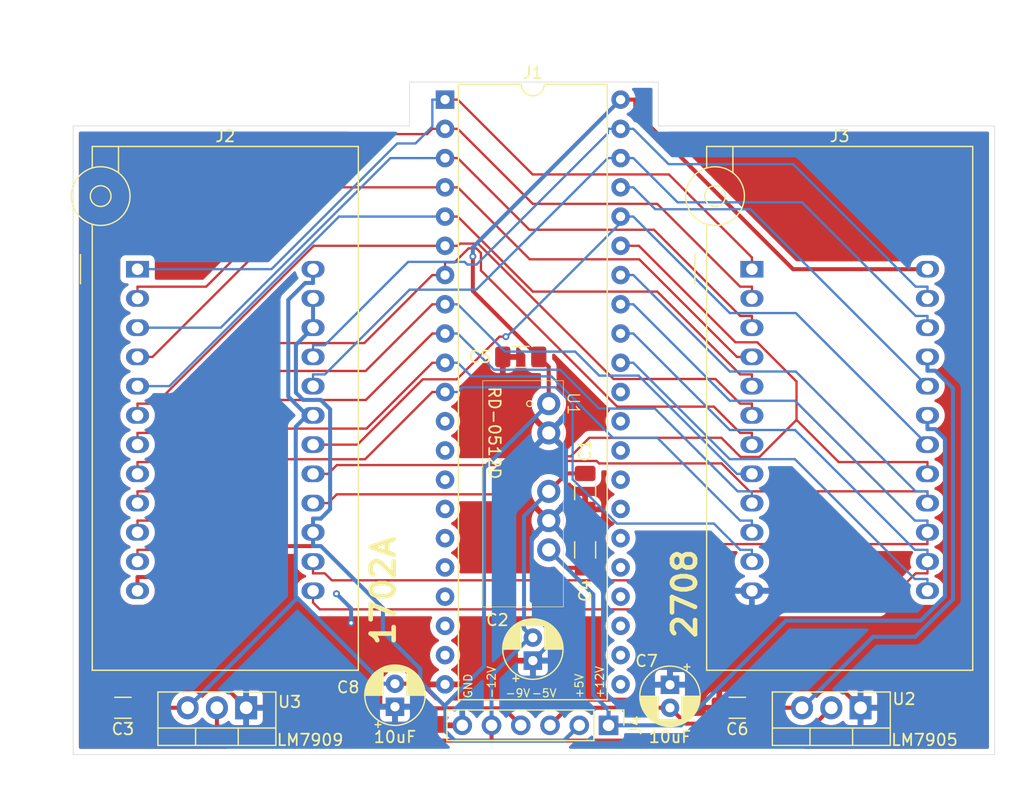
<source format=kicad_pcb>
(kicad_pcb (version 20240108) (generator "pcbnew") (generator_version "8.0")
  (layers (0 "F.Cu" signal) (31 "B.Cu" signal) (34 "B.Paste" user) (35 "F.Paste" user) (36 "B.SilkS" user "B.Silkscreen") (37 "F.SilkS" user "F.Silkscreen") (38 "B.Mask" user) (39 "F.Mask" user) (44 "Edge.Cuts" user))
  (net 0 "")
  (net 1 "GND")
  (net 2 "-12V")
  (net 3 "-9V")
  (net 4 "+12V")
  (net 5 "VCC")
  (net 6 "-5V")
  (net 7 "/ZIF_16")
  (net 8 "/ZIF_40")
  (net 9 "/ZIF_20")
  (net 10 "/ZIF_8")
  (net 11 "/ZIF_13")
  (net 12 "/ZIF_27")
  (net 13 "/ZIF_23")
  (net 14 "/ZIF_1")
  (net 15 "/ZIF_22")
  (net 16 "/ZIF_37")
  (net 17 "/ZIF_18")
  (net 18 "/ZIF_28")
  (net 19 "/ZIF_17")
  (net 20 "/ZIF_9")
  (net 21 "/ZIF_11")
  (net 22 "/ZIF_4")
  (net 23 "/ZIF_14")
  (net 24 "/ZIF_7")
  (net 25 "/ZIF_26")
  (net 26 "/ZIF_31")
  (net 27 "/ZIF_35")
  (net 28 "/ZIF_19")
  (net 29 "/ZIF_30")
  (net 30 "/ZIF_6")
  (net 31 "/ZIF_38")
  (net 32 "/ZIF_29")
  (net 33 "/ZIF_15")
  (net 34 "/ZIF_39")
  (net 35 "/ZIF_32")
  (net 36 "/ZIF_41")
  (net 37 "/ZIF_12")
  (net 38 "/ZIF_5")
  (net 39 "/ZIF_36")
  (net 40 "/ZIF_34")
  (net 41 "/ZIF_33")
  (net 42 "/ZIF_10")
  (net 43 "/ZIF_3")
  (net 44 "/ZIF_24")
  (net 45 "/ZIF_25")
  (net 46 "/ZIF_2")
  (footprint "Package_TO_SOT_THT:TO-220-3_Vertical" (layer "F.Cu") (at 119.1605 92.456 180)
    (property "Reference" "U2")
    (property "Value" "LM7905")
  )
  (footprint "Capacitor_SMD:C_1206_3216Metric_Pad1.33x1.80mm_HandSolder" (layer "F.Cu") (at 95.25 78.74 90)
    (property "Reference" "C4")
    (property "Value" "100nF")
  )
  (footprint "Socket:DIP_Socket-24_W11.9_W12.7_W15.24_W17.78_W18.5_3M_224-1275-00-0602J" (layer "F.Cu") (at 56.388 54.356)
    (property "Reference" "J2")
    (property "Value" "1702A")
  )
  (footprint "Package_DIP:DIP-42_W15.24mm" (layer "F.Cu") (at 83.0875 39.624)
    (property "Reference" "J1")
    (property "Value" "dupico connector")
  )
  (footprint "Package_TO_SOT_THT:TO-220-3_Vertical" (layer "F.Cu") (at 65.8205 92.456 180)
    (property "Reference" "U3")
    (property "Value" "LM7909")
  )
  (footprint "Capacitor_THT:CP_Radial_D5.0mm_P2.00mm" (layer "F.Cu") (at 78.74 92.3662 90)
    (property "Reference" "C8")
    (property "Value" "10uF")
  )
  (footprint "Socket:DIP_Socket-24_W11.9_W12.7_W15.24_W17.78_W18.5_3M_224-1275-00-0602J" (layer "F.Cu") (at 109.728 54.356)
    (property "Reference" "J3")
    (property "Value" "2708")
  )
  (footprint "Capacitor_THT:CP_Radial_D5.0mm_P2.00mm" (layer "F.Cu") (at 90.7125 88.36 90)
    (property "Reference" "C2")
    (property "Value" "47uF")
  )
  (footprint "Capacitor_SMD:C_1206_3216Metric_Pad1.33x1.80mm_HandSolder" (layer "F.Cu") (at 55.118 92.456 180)
    (property "Reference" "C3")
    (property "Value" "100nF")
  )
  (footprint "Custom_Power_Footprint:Recom_SIP6" (layer "F.Cu") (at 87.63 66.04 -90)
    (property "Reference" "U1")
    (property "Value" "RD-0512D")
  )
  (footprint "Capacitor_SMD:C_1206_3216Metric_Pad1.33x1.80mm_HandSolder" (layer "F.Cu") (at 95.25 73.66 -90)
    (property "Reference" "C1")
    (property "Value" "100nF")
  )
  (footprint "Capacitor_THT:CP_Radial_D5.0mm_P2.00mm" (layer "F.Cu") (at 102.616 90.456 -90)
    (property "Reference" "C7")
    (property "Value" "10uF")
  )
  (footprint "Capacitor_SMD:C_1206_3216Metric_Pad1.33x1.80mm_HandSolder" (layer "F.Cu") (at 108.458 92.456 180)
    (property "Reference" "C6")
    (property "Value" "100nF")
  )
  (footprint "Connector_PinHeader_2.54mm:PinHeader_1x06_P2.54mm_Vertical" (layer "F.Cu") (at 97.282 93.98 -90)
    (property "Reference" "J4")
    (property "Value" "Conn_01x06")
  )
  (footprint "Capacitor_SMD:C_1206_3216Metric_Pad1.33x1.80mm_HandSolder" (layer "F.Cu") (at 89.662 61.976 180)
    (property "Reference" "C5")
    (property "Value" "100nF")
  )
  (gr_line (start 80.01 41.91) (end 50.8 41.91) (stroke (width 0.05)) (layer "Edge.Cuts"))
  (gr_line (start 130.81 41.91) (end 101.6 41.91) (stroke (width 0.05)) (layer "Edge.Cuts"))
  (gr_line (start 130.81 96.52) (end 130.81 41.91) (stroke (width 0.05)) (layer "Edge.Cuts"))
  (gr_line (start 101.6 38.1) (end 80.01 38.1) (stroke (width 0.05)) (layer "Edge.Cuts"))
  (gr_line (start 50.8 41.91) (end 50.8 96.52) (stroke (width 0.05)) (layer "Edge.Cuts"))
  (gr_line (start 50.8 96.52) (end 130.81 96.52) (stroke (width 0.05)) (layer "Edge.Cuts"))
  (gr_line (start 80.01 38.1) (end 80.01 41.91) (stroke (width 0.05)) (layer "Edge.Cuts"))
  (gr_line (start 101.6 41.91) (end 101.6 38.1) (stroke (width 0.05)) (layer "Edge.Cuts"))
  (gr_text "+12V" (at 96.52 91.694 90) (layer "F.SilkS") (effects (font (size 0.7 0.7) (thickness 0.1)) (justify left)))
  (gr_text "-12V" (at 87.122 91.694 90) (layer "F.SilkS") (effects (font (size 0.7 0.7) (thickness 0.1)) (justify left)))
  (gr_text "-5V" (at 91.694 91.186 0) (layer "F.SilkS") (effects (font (size 0.7 0.7) (thickness 0.1))))
  (gr_text "+5V" (at 94.742 91.694 90) (layer "F.SilkS") (effects (font (size 0.7 0.7) (thickness 0.1)) (justify left)))
  (gr_text "GND" (at 85.09 91.694 90) (layer "F.SilkS") (effects (font (size 0.7 0.7) (thickness 0.1)) (justify left)))
  (gr_text "-9V" (at 89.408 91.186 0) (layer "F.SilkS") (effects (font (size 0.7 0.7) (thickness 0.1))))
  (segment (start 78.2396 89.0589) (end 77.4633 89.8352) (width 0.35) (layer "F.Cu") (net 1))
  (segment (start 53.5555 92.456) (end 55.0467 90.9648) (width 0.35) (layer "F.Cu") (net 1))
  (segment (start 88.0995 64.5895) (end 92.09 68.58) (width 0.35) (layer "F.Cu") (net 1))
  (segment (start 78.74 92.3662) (end 80.0167 92.3662) (width 0.35) (layer "F.Cu") (net 1))
  (segment (start 67.341 92.3647) (end 67.2497 92.456) (width 0.35) (layer "F.Cu") (net 1))
  (segment (start 87.3718 90.424) (end 83.0875 90.424) (width 0.35) (layer "F.Cu") (net 1))
  (segment (start 90.7125 88.36) (end 89.4358 88.36) (width 0.35) (layer "F.Cu") (net 1))
  (segment (start 65.8205 92.456) (end 67.2497 92.456) (width 0.35) (layer "F.Cu") (net 1))
  (segment (start 77.4633 91.44) (end 77.4633 87.6233) (width 0.35) (layer "F.Cu") (net 1))
  (segment (start 80.4457 89.0589) (end 78.2396 89.0589) (width 0.35) (layer "F.Cu") (net 1))
  (segment (start 102.616 90.456) (end 101.3393 90.456) (width 0.35) (layer "F.Cu") (net 1))
  (segment (start 89.4358 88.36) (end 87.3718 90.424) (width 0.35) (layer "F.Cu") (net 1))
  (segment (start 95.25 75.2225) (end 95.25 77.1775) (width 0.35) (layer "F.Cu") (net 1))
  (segment (start 55.0467 90.9648) (end 64.3293 90.9648) (width 0.35) (layer "F.Cu") (net 1))
  (segment (start 77.4633 91.44) (end 77.4633 92.3647) (width 0.35) (layer "F.Cu") (net 1))
  (segment (start 106.8955 90.881) (end 106.8955 92.456) (width 0.35) (layer "F.Cu") (net 1))
  (segment (start 77.4633 92.3647) (end 77.4648 92.3662) (width 0.35) (layer "F.Cu") (net 1))
  (segment (start 84.582 93.98) (end 81.6305 93.98) (width 0.35) (layer "F.Cu") (net 1))
  (segment (start 77.4633 89.8352) (end 77.4633 91.44) (width 0.35) (layer "F.Cu") (net 1))
  (segment (start 64.3293 90.9648) (end 65.8205 92.456) (width 0.35) (layer "F.Cu") (net 1))
  (segment (start 90.7125 88.36) (end 91.9892 88.36) (width 0.35) (layer "F.Cu") (net 1))
  (segment (start 101.3393 90.456) (end 100.0428 91.7525) (width 0.35) (layer "F.Cu") (net 1))
  (segment (start 106.4705 90.456) (end 106.8955 90.881) (width 0.35) (layer "F.Cu") (net 1))
  (segment (start 117.5855 90.881) (end 119.1605 92.456) (width 0.35) (layer "F.Cu") (net 1))
  (segment (start 77.4633 92.3647) (end 67.341 92.3647) (width 0.35) (layer "F.Cu") (net 1))
  (segment (start 81.8108 90.424) (end 80.4457 89.0589) (width 0.35) (layer "F.Cu") (net 1))
  (segment (start 95.3817 91.7525) (end 91.9892 88.36) (width 0.35) (layer "F.Cu") (net 1))
  (segment (start 77.4633 87.6233) (end 74.93 85.09) (width 0.35) (layer "F.Cu") (net 1))
  (segment (start 106.8955 90.881) (end 117.5855 90.881) (width 0.35) (layer "F.Cu") (net 1))
  (segment (start 93.0675 75.2225) (end 92.09 76.2) (width 0.35) (layer "F.Cu") (net 1))
  (segment (start 95.25 75.2225) (end 93.0675 75.2225) (width 0.35) (layer "F.Cu") (net 1))
  (segment (start 88.0995 61.976) (end 88.0995 64.5895) (width 0.35) (layer "F.Cu") (net 1))
  (segment (start 83.0875 90.424) (end 81.8108 90.424) (width 0.35) (layer "F.Cu") (net 1))
  (segment (start 78.74 92.3662) (end 77.4648 92.3662) (width 0.35) (layer "F.Cu") (net 1))
  (segment (start 102.616 90.456) (end 106.4705 90.456) (width 0.35) (layer "F.Cu") (net 1))
  (segment (start 81.6305 93.98) (end 80.0167 92.3662) (width 0.35) (layer "F.Cu") (net 1))
  (segment (start 100.0428 91.7525) (end 95.3817 91.7525) (width 0.35) (layer "F.Cu") (net 1))
  (via (at 74.93 85.09) (size 0.6) (drill 0.3) (layers "F.Cu" "B.Cu") (net 1))
  (via (at 73.66 82.55) (size 0.6) (drill 0.3) (layers "F.Cu" "B.Cu") (net 1))
  (segment (start 74.93 83.82) (end 73.66 82.55) (width 0.35) (layer "B.Cu") (net 1))
  (segment (start 93.5855 74.7045) (end 92.09 76.2) (width 0.35) (layer "B.Cu") (net 1))
  (segment (start 74.93 85.09) (end 74.93 83.82) (width 0.35) (layer "B.Cu") (net 1))
  (segment (start 102.616 90.456) (end 102.616 89.1793) (width 0.35) (layer "B.Cu") (net 1))
  (segment (start 90.6124 83.1362) (end 90.6124 77.6776) (width 0.35) (layer "B.Cu") (net 1))
  (segment (start 90.7125 88.36) (end 92.0208 87.0517) (width 0.35) (layer "B.Cu") (net 1))
  (segment (start 92.09 68.58) (end 93.5855 70.0755) (width 0.35) (layer "B.Cu") (net 1))
  (segment (start 104.0414 89.1793) (end 109.728 83.4927) (width 0.35) (layer "B.Cu") (net 1))
  (segment (start 102.616 89.1793) (end 104.0414 89.1793) (width 0.35) (layer "B.Cu") (net 1))
  (segment (start 92.0208 84.5446) (end 90.6124 83.1362) (width 0.35) (layer "B.Cu") (net 1))
  (segment (start 92.0208 87.0517) (end 92.0208 84.5446) (width 0.35) (layer "B.Cu") (net 1))
  (segment (start 93.5855 70.0755) (end 93.5855 74.7045) (width 0.35) (layer "B.Cu") (net 1))
  (segment (start 109.728 82.296) (end 109.728 83.4927) (width 0.35) (layer "B.Cu") (net 1))
  (segment (start 90.6124 77.6776) (end 92.09 76.2) (width 0.35) (layer "B.Cu") (net 1))
  (segment (start 113.7698 95.3067) (end 87.122 95.3067) (width 0.35) (layer "F.Cu") (net 2))
  (segment (start 63.2805 92.456) (end 63.2805 93.9327) (width 0.35) (layer "F.Cu") (net 2))
  (segment (start 87.122 95.3067) (end 64.6545 95.3067) (width 0.35) (layer "F.Cu") (net 2))
  (segment (start 87.122 93.98) (end 87.122 95.3067) (width 0.35) (layer "F.Cu") (net 2))
  (segment (start 64.6545 95.3067) (end 63.2805 93.9327) (width 0.35) (layer "F.Cu") (net 2))
  (segment (start 116.6205 92.456) (end 113.7698 95.3067) (width 0.35) (layer "F.Cu") (net 2))
  (segment (start 93.6525 72.0975) (end 92.09 73.66) (width 0.35) (layer "F.Cu") (net 2))
  (segment (start 95.25 72.0975) (end 93.6525 72.0975) (width 0.35) (layer "F.Cu") (net 2))
  (segment (start 90.5685 86.2159) (end 87.122 89.6624) (width 0.35) (layer "B.Cu") (net 2))
  (segment (start 87.122 93.98) (end 87.122 92.6533) (width 0.35) (layer "B.Cu") (net 2))
  (segment (start 92.09 73.66) (end 89.9443 75.8057) (width 0.35) (layer "B.Cu") (net 2))
  (segment (start 89.9443 75.8057) (end 89.9443 85.5918) (width 0.35) (layer "B.Cu") (net 2))
  (segment (start 87.122 89.6624) (end 87.122 92.6533) (width 0.35) (layer "B.Cu") (net 2))
  (segment (start 89.9443 85.5918) (end 90.5685 86.2159) (width 0.35) (layer "B.Cu") (net 2))
  (segment (start 90.5685 86.2159) (end 90.7125 86.36) (width 0.35) (layer "B.Cu") (net 2))
  (segment (start 88.1833 92.5013) (end 89.662 93.98) (width 0.35) (layer "F.Cu") (net 3))
  (segment (start 78.74 90.3662) (end 79.8536 90.3662) (width 0.35) (layer "F.Cu") (net 3))
  (segment (start 81.9887 92.5013) (end 88.1833 92.5013) (width 0.35) (layer "F.Cu") (net 3))
  (segment (start 56.6805 92.456) (end 60.7405 92.456) (width 0.35) (layer "F.Cu") (net 3))
  (segment (start 79.8536 90.3662) (end 81.9887 92.5013) (width 0.35) (layer "F.Cu") (net 3))
  (segment (start 69.4773 57.0245) (end 69.4773 65.4201) (width 0.35) (layer "B.Cu") (net 3))
  (segment (start 70.1287 82.7825) (end 70.1287 68.0405) (width 0.35) (layer "B.Cu") (net 3))
  (segment (start 71.628 55.5527) (end 70.9491 55.5527) (width 0.35) (layer "B.Cu") (net 3))
  (segment (start 69.4773 65.4201) (end 71.1132 67.056) (width 0.35) (layer "B.Cu") (net 3))
  (segment (start 71.1132 67.056) (end 71.628 67.056) (width 0.35) (layer "B.Cu") (net 3))
  (segment (start 70.9491 55.5527) (end 69.4773 57.0245) (width 0.35) (layer "B.Cu") (net 3))
  (segment (start 70.2714 82.9251) (end 70.1287 82.7825) (width 0.35) (layer "B.Cu") (net 3))
  (segment (start 71.628 54.356) (end 71.628 55.5527) (width 0.35) (layer "B.Cu") (net 3))
  (segment (start 78.74 90.3662) (end 77.7124 90.3662) (width 0.35) (layer "B.Cu") (net 3))
  (segment (start 60.7405 92.456) (end 70.2714 82.9251) (width 0.35) (layer "B.Cu") (net 3))
  (segment (start 70.1287 68.0405) (end 71.1132 67.056) (width 0.35) (layer "B.Cu") (net 3))
  (segment (start 77.7124 90.3662) (end 70.2714 82.9251) (width 0.35) (layer "B.Cu") (net 3))
  (segment (start 95.25 80.3025) (end 93.6525 80.3025) (width 0.35) (layer "F.Cu") (net 4))
  (segment (start 93.6525 80.3025) (end 92.09 78.74) (width 0.35) (layer "F.Cu") (net 4))
  (segment (start 92.09 78.74) (end 95.9553 82.6053) (width 0.35) (layer "B.Cu") (net 4))
  (segment (start 124.3836 84.8841) (end 112.6821 84.8841) (width 0.35) (layer "B.Cu") (net 4))
  (segment (start 95.9553 82.6053) (end 95.9553 91.3266) (width 0.35) (layer "B.Cu") (net 4))
  (segment (start 126.4839 69.0955) (end 126.4839 82.7838) (width 0.35) (layer "B.Cu") (net 4))
  (segment (start 112.6821 84.8841) (end 103.5862 93.98) (width 0.35) (layer "B.Cu") (net 4))
  (segment (start 97.282 93.98) (end 97.282 92.6533) (width 0.35) (layer "B.Cu") (net 4))
  (segment (start 124.968 68.2527) (end 125.6411 68.2527) (width 0.35) (layer "B.Cu") (net 4))
  (segment (start 126.4839 82.7838) (end 124.3836 84.8841) (width 0.35) (layer "B.Cu") (net 4))
  (segment (start 124.968 67.056) (end 124.968 68.2527) (width 0.35) (layer "B.Cu") (net 4))
  (segment (start 125.6411 68.2527) (end 126.4839 69.0955) (width 0.35) (layer "B.Cu") (net 4))
  (segment (start 103.5862 93.98) (end 97.282 93.98) (width 0.35) (layer "B.Cu") (net 4))
  (segment (start 95.9553 91.3266) (end 97.282 92.6533) (width 0.35) (layer "B.Cu") (net 4))
  (segment (start 60.2713 78.4127) (end 57.5847 81.0993) (width 0.35) (layer "F.Cu") (net 5))
  (segment (start 99.6042 40.6613) (end 113.2989 54.356) (width 0.35) (layer "F.Cu") (net 5))
  (segment (start 99.6042 39.624) (end 99.6042 40.6613) (width 0.35) (layer "F.Cu") (net 5))
  (segment (start 85.5008 56.2495) (end 85.5008 53.2466) (width 0.35) (layer "F.Cu") (net 5))
  (segment (start 57.5847 81.0993) (end 56.388 81.0993) (width 0.35) (layer "F.Cu") (net 5))
  (segment (start 113.2989 54.356) (end 124.968 54.356) (width 0.35) (layer "F.Cu") (net 5))
  (segment (start 71.628 78.4127) (end 60.2713 78.4127) (width 0.35) (layer "F.Cu") (net 5))
  (segment (start 92.09 62.8415) (end 92.09 66.04) (width 0.35) (layer "F.Cu") (net 5))
  (segment (start 56.388 82.296) (end 56.388 81.0993) (width 0.35) (layer "F.Cu") (net 5))
  (segment (start 98.3275 39.624) (end 99.6042 39.624) (width 0.35) (layer "F.Cu") (net 5))
  (segment (start 91.2245 61.976) (end 91.2245 61.9732) (width 0.35) (layer "F.Cu") (net 5))
  (segment (start 91.2245 61.9732) (end 85.5008 56.2495) (width 0.35) (layer "F.Cu") (net 5))
  (segment (start 91.2245 61.976) (end 92.09 62.8415) (width 0.35) (layer "F.Cu") (net 5))
  (segment (start 71.628 77.216) (end 71.628 78.4127) (width 0.35) (layer "F.Cu") (net 5))
  (via (at 85.5008 53.2466) (size 0.6) (drill 0.3) (layers "F.Cu" "B.Cu") (net 5))
  (segment (start 72.297 65.7127) (end 70.772 65.7127) (width 0.35) (layer "B.Cu") (net 5))
  (segment (start 80.9427 90.1772) (end 80.9427 89.091) (width 0.35) (layer "B.Cu") (net 5))
  (segment (start 77.6952 85.8435) (end 77.6952 83.801) (width 0.35) (layer "B.Cu") (net 5))
  (segment (start 85.5008 52.4507) (end 85.5008 53.2466) (width 0.35) (layer "B.Cu") (net 5))
  (segment (start 83.0478 92.2822) (end 80.9427 90.1772) (width 0.35) (layer "B.Cu") (net 5))
  (segment (start 83.9335 95.3139) (end 83.1158 94.4962) (width 0.35) (layer "B.Cu") (net 5))
  (segment (start 83.0478 92.2822) (end 86.4703 88.8597) (width 0.35) (layer "B.Cu") (net 5))
  (segment (start 73.1086 75.2118) (end 73.1086 66.5243) (width 0.35) (layer "B.Cu") (net 5))
  (segment (start 71.628 76.0193) (end 72.3011 76.0193) (width 0.35) (layer "B.Cu") (net 5))
  (segment (start 72.3011 76.0193) (end 73.1086 75.2118) (width 0.35) (layer "B.Cu") (net 5))
  (segment (start 98.3275 39.624) (end 85.5008 52.4507) (width 0.35) (layer "B.Cu") (net 5))
  (segment (start 86.4703 88.8597) (end 86.4703 71.6597) (width 0.35) (layer "B.Cu") (net 5))
  (segment (start 93.4081 95.3139) (end 83.9335 95.3139) (width 0.35) (layer "B.Cu") (net 5))
  (segment (start 83.1158 92.3503) (end 83.0478 92.2822) (width 0.35) (layer "B.Cu") (net 5))
  (segment (start 70.772 65.7127) (end 70.1409 65.0816) (width 0.35) (layer "B.Cu") (net 5))
  (segment (start 72.3069 78.4127) (end 71.628 78.4127) (width 0.35) (layer "B.Cu") (net 5))
  (segment (start 73.1086 66.5243) (end 72.297 65.7127) (width 0.35) (layer "B.Cu") (net 5))
  (segment (start 83.1158 94.4962) (end 83.1158 92.3503) (width 0.35) (layer "B.Cu") (net 5))
  (segment (start 80.9427 89.091) (end 77.6952 85.8435) (width 0.35) (layer "B.Cu") (net 5))
  (segment (start 71.628 77.216) (end 71.628 78.4127) (width 0.35) (layer "B.Cu") (net 5))
  (segment (start 77.6952 83.801) (end 72.3069 78.4127) (width 0.35) (layer "B.Cu") (net 5))
  (segment (start 71.628 59.436) (end 71.628 56.896) (width 0.35) (layer "B.Cu") (net 5))
  (segment (start 86.4703 71.6597) (end 92.09 66.04) (width 0.35) (layer "B.Cu") (net 5))
  (segment (start 70.1409 65.0816) (end 70.1409 60.9231) (width 0.35) (layer "B.Cu") (net 5))
  (segment (start 70.1409 60.9231) (end 71.628 59.436) (width 0.35) (layer "B.Cu") (net 5))
  (segment (start 94.742 93.98) (end 93.4081 95.3139) (width 0.35) (layer "B.Cu") (net 5))
  (segment (start 71.628 77.216) (end 71.628 76.0193) (width 0.35) (layer "B.Cu") (net 5))
  (segment (start 110.0205 92.456) (end 112.6513 92.456) (width 0.35) (layer "F.Cu") (net 6))
  (segment (start 108.64 93.8365) (end 103.9965 93.8365) (width 0.35) (layer "F.Cu") (net 6))
  (segment (start 92.202 93.98) (end 93.726 92.456) (width 0.35) (layer "F.Cu") (net 6))
  (segment (start 93.726 92.456) (end 102.616 92.456) (width 0.35) (layer "F.Cu") (net 6))
  (segment (start 103.9965 93.8365) (end 102.616 92.456) (width 0.35) (layer "F.Cu") (net 6))
  (segment (start 110.0205 92.456) (end 108.64 93.8365) (width 0.35) (layer "F.Cu") (net 6))
  (segment (start 114.0805 92.456) (end 112.6513 92.456) (width 0.35) (layer "F.Cu") (net 6))
  (segment (start 120.2464 86.2901) (end 123.9138 86.2901) (width 0.35) (layer "B.Cu") (net 6))
  (segment (start 124.968 61.976) (end 124.968 63.1727) (width 0.35) (layer "B.Cu") (net 6))
  (segment (start 125.6469 63.1727) (end 124.968 63.1727) (width 0.35) (layer "B.Cu") (net 6))
  (segment (start 114.0805 92.456) (end 120.2464 86.2901) (width 0.35) (layer "B.Cu") (net 6))
  (segment (start 127.1804 64.7062) (end 125.6469 63.1727) (width 0.35) (layer "B.Cu") (net 6))
  (segment (start 127.1804 83.0235) (end 127.1804 64.7062) (width 0.35) (layer "B.Cu") (net 6))
  (segment (start 123.9138 86.2901) (end 127.1804 83.0235) (width 0.35) (layer "B.Cu") (net 6))
  (segment (start 98.3275 44.704) (end 99.4292 44.704) (width 0.2) (layer "B.Cu") (net 8))
  (segment (start 99.4292 44.704) (end 103.2726 48.5474) (width 0.2) (layer "B.Cu") (net 8))
  (segment (start 114.0794 48.5474) (end 123.9463 58.4143) (width 0.2) (layer "B.Cu") (net 8))
  (segment (start 97.2258 44.704) (end 85.7958 56.134) (width 0.2) (layer "B.Cu") (net 8))
  (segment (start 98.3275 44.704) (end 97.2258 44.704) (width 0.2) (layer "B.Cu") (net 8))
  (segment (start 80.01 56.134) (end 72.6497 63.4943) (width 0.2) (layer "B.Cu") (net 8))
  (segment (start 103.2726 48.5474) (end 114.0794 48.5474) (width 0.2) (layer "B.Cu") (net 8))
  (segment (start 124.968 59.436) (end 124.968 58.4143) (width 0.2) (layer "B.Cu") (net 8))
  (segment (start 85.7958 56.134) (end 80.01 56.134) (width 0.2) (layer "B.Cu") (net 8))
  (segment (start 72.6497 63.4943) (end 71.628 63.4943) (width 0.2) (layer "B.Cu") (net 8))
  (segment (start 71.628 64.516) (end 71.628 63.4943) (width 0.2) (layer "B.Cu") (net 8))
  (segment (start 123.9463 58.4143) (end 124.968 58.4143) (width 0.2) (layer "B.Cu") (net 8))
  (segment (start 83.0875 57.404) (end 81.9858 57.404) (width 0.2) (layer "F.Cu") (net 10))
  (segment (start 81.9858 57.404) (end 76.1927 63.1971) (width 0.2) (layer "F.Cu") (net 10))
  (segment (start 76.1927 63.1971) (end 65.3268 63.1971) (width 0.2) (layer "F.Cu") (net 10))
  (segment (start 65.3268 63.1971) (end 57.4096 71.1143) (width 0.2) (layer "F.Cu") (net 10))
  (segment (start 56.388 72.136) (end 56.388 71.1143) (width 0.2) (layer "F.Cu") (net 10))
  (segment (start 57.4096 71.1143) (end 56.388 71.1143) (width 0.2) (layer "F.Cu") (net 10))
  (segment (start 99.8909 63.6006) (end 108.4263 72.136) (width 0.2) (layer "B.Cu") (net 10))
  (segment (start 96.4724 63.6006) (end 99.8909 63.6006) (width 0.2) (layer "B.Cu") (net 10))
  (segment (start 83.0875 57.404) (end 84.1892 57.404) (width 0.2) (layer "B.Cu") (net 10))
  (segment (start 109.728 72.136) (end 108.4263 72.136) (width 0.2) (layer "B.Cu") (net 10))
  (segment (start 88.2989 61.5137) (end 94.3855 61.5137) (width 0.2) (layer "B.Cu") (net 10))
  (segment (start 84.1892 57.404) (end 88.2989 61.5137) (width 0.2) (layer "B.Cu") (net 10))
  (segment (start 94.3855 61.5137) (end 96.4724 63.6006) (width 0.2) (layer "B.Cu") (net 10))
  (segment (start 102.5189 46.1252) (end 109.728 53.3343) (width 0.2) (layer "F.Cu") (net 14))
  (segment (start 90.6904 46.1252) (end 102.5189 46.1252) (width 0.2) (layer "F.Cu") (net 14))
  (segment (start 83.0875 39.624) (end 84.1892 39.624) (width 0.2) (layer "F.Cu") (net 14))
  (segment (start 84.1892 39.624) (end 90.6904 46.1252) (width 0.2) (layer "F.Cu") (net 14))
  (segment (start 109.728 54.356) (end 109.728 53.3343) (width 0.2) (layer "F.Cu") (net 14))
  (segment (start 80.518 43.434) (end 81.9858 41.9662) (width 0.2) (layer "B.Cu") (net 14))
  (segment (start 68.0163 54.356) (end 78.9383 43.434) (width 0.2) (layer "B.Cu") (net 14))
  (segment (start 81.9858 39.624) (end 83.0875 39.624) (width 0.2) (layer "B.Cu") (net 14))
  (segment (start 81.9858 41.9662) (end 81.9858 39.624) (width 0.2) (layer "B.Cu") (net 14))
  (segment (start 78.9383 43.434) (end 80.518 43.434) (width 0.2) (layer "B.Cu") (net 14))
  (segment (start 56.388 54.356) (end 68.0163 54.356) (width 0.2) (layer "B.Cu") (net 14))
  (segment (start 72.9297 72.136) (end 73.6917 71.374) (width 0.2) (layer "F.Cu") (net 16))
  (segment (start 110.1935 60.706) (end 108.2986 60.706) (width 0.2) (layer "F.Cu") (net 16))
  (segment (start 91.2762 71.374) (end 92.0339 70.6163) (width 0.2) (layer "F.Cu") (net 16))
  (segment (start 95.6093 69.0009) (end 107.0728 69.0009) (width 0.2) (layer "F.Cu") (net 16))
  (segment (start 124.968 72.136) (end 124.968 71.1143) (width 0.2) (layer "F.Cu") (net 16))
  (segment (start 113.6015 67.448) (end 117.2678 71.1143) (width 0.2) (layer "F.Cu") (net 16))
  (segment (start 93.9939 70.6163) (end 95.6093 69.0009) (width 0.2) (layer "F.Cu") (net 16))
  (segment (start 107.0728 69.0009) (end 108.7324 70.6605) (width 0.2) (layer "F.Cu") (net 16))
  (segment (start 71.628 72.136) (end 72.9297 72.136) (width 0.2) (layer "F.Cu") (net 16))
  (segment (start 110.389 70.6605) (end 113.6015 67.448) (width 0.2) (layer "F.Cu") (net 16))
  (segment (start 113.6015 64.114) (end 110.1935 60.706) (width 0.2) (layer "F.Cu") (net 16))
  (segment (start 117.2678 71.1143) (end 124.968 71.1143) (width 0.2) (layer "F.Cu") (net 16))
  (segment (start 99.9166 52.324) (end 98.3275 52.324) (width 0.2) (layer "F.Cu") (net 16))
  (segment (start 113.6015 67.448) (end 113.6015 64.114) (width 0.2) (layer "F.Cu") (net 16))
  (segment (start 108.2986 60.706) (end 99.9166 52.324) (width 0.2) (layer "F.Cu") (net 16))
  (segment (start 73.6917 71.374) (end 91.2762 71.374) (width 0.2) (layer "F.Cu") (net 16))
  (segment (start 108.7324 70.6605) (end 110.389 70.6605) (width 0.2) (layer "F.Cu") (net 16))
  (segment (start 92.0339 70.6163) (end 93.9939 70.6163) (width 0.2) (layer "F.Cu") (net 16))
  (segment (start 57.4097 73.6543) (end 56.388 73.6543) (width 0.2) (layer "F.Cu") (net 20))
  (segment (start 56.388 74.676) (end 56.388 73.6543) (width 0.2) (layer "F.Cu") (net 20))
  (segment (start 83.0875 59.944) (end 81.9858 59.944) (width 0.2) (layer "F.Cu") (net 20))
  (segment (start 81.9858 59.944) (end 76.2145 65.7153) (width 0.2) (layer "F.Cu") (net 20))
  (segment (start 76.2145 65.7153) (end 65.3487 65.7153) (width 0.2) (layer "F.Cu") (net 20))
  (segment (start 65.3487 65.7153) (end 57.4097 73.6543) (width 0.2) (layer "F.Cu") (net 20))
  (segment (start 93.0781 63.0862) (end 96.4542 66.4623) (width 0.2) (layer "B.Cu") (net 20))
  (segment (start 87.3314 63.0862) (end 93.0781 63.0862) (width 0.2) (layer "B.Cu") (net 20))
  (segment (start 109.728 74.676) (end 109.728 73.6543) (width 0.2) (layer "B.Cu") (net 20))
  (segment (start 83.0875 59.944) (end 84.1892 59.944) (width 0.2) (layer "B.Cu") (net 20))
  (segment (start 101.3046 66.4623) (end 108.4966 73.6543) (width 0.2) (layer "B.Cu") (net 20))
  (segment (start 96.4542 66.4623) (end 101.3046 66.4623) (width 0.2) (layer "B.Cu") (net 20))
  (segment (start 108.4966 73.6543) (end 109.728 73.6543) (width 0.2) (layer "B.Cu") (net 20))
  (segment (start 84.1892 59.944) (end 87.3314 63.0862) (width 0.2) (layer "B.Cu") (net 20))
  (segment (start 76.1438 70.866) (end 81.9858 65.024) (width 0.2) (layer "F.Cu") (net 21))
  (segment (start 65.278 70.866) (end 76.1438 70.866) (width 0.2) (layer "F.Cu") (net 21))
  (segment (start 56.388 78.7343) (end 57.4097 78.7343) (width 0.2) (layer "F.Cu") (net 21))
  (segment (start 56.388 79.756) (end 56.388 78.7343) (width 0.2) (layer "F.Cu") (net 21))
  (segment (start 57.4097 78.7343) (end 65.278 70.866) (width 0.2) (layer "F.Cu") (net 21))
  (segment (start 83.0875 65.024) (end 81.9858 65.024) (width 0.2) (layer "F.Cu") (net 21))
  (segment (start 84.1892 65.024) (end 84.5956 64.6176) (width 0.2) (layer "B.Cu") (net 21))
  (segment (start 106.426 76.454) (end 108.7063 78.7343) (width 0.2) (layer "B.Cu") (net 21))
  (segment (start 94.1622 72.6161) (end 98.0001 76.454) (width 0.2) (layer "B.Cu") (net 21))
  (segment (start 83.0875 65.024) (end 84.1892 65.024) (width 0.2) (layer "B.Cu") (net 21))
  (segment (start 108.7063 78.7343) (end 109.728 78.7343) (width 0.2) (layer "B.Cu") (net 21))
  (segment (start 94.1622 66.1043) (end 94.1622 72.6161) (width 0.2) (layer "B.Cu") (net 21))
  (segment (start 98.0001 76.454) (end 106.426 76.454) (width 0.2) (layer "B.Cu") (net 21))
  (segment (start 92.6755 64.6176) (end 94.1622 66.1043) (width 0.2) (layer "B.Cu") (net 21))
  (segment (start 109.728 79.756) (end 109.728 78.7343) (width 0.2) (layer "B.Cu") (net 21))
  (segment (start 84.5956 64.6176) (end 92.6755 64.6176) (width 0.2) (layer "B.Cu") (net 21))
  (segment (start 83.6384 47.244) (end 83.0875 47.244) (width 0.2) (layer "F.Cu") (net 22))
  (segment (start 109.728 61.976) (end 108.4263 61.976) (width 0.2) (layer "F.Cu") (net 22))
  (segment (start 99.9475 53.4972) (end 108.4263 61.976) (width 0.2) (layer "F.Cu") (net 22))
  (segment (start 83.0875 47.244) (end 72.4217 47.244) (width 0.2) (layer "F.Cu") (net 22))
  (segment (start 72.4217 47.244) (end 57.6897 61.976) (width 0.2) (layer "F.Cu") (net 22))
  (segment (start 90.4424 53.4972) (end 99.9475 53.4972) (width 0.2) (layer "F.Cu") (net 22))
  (segment (start 84.1892 47.244) (end 90.4424 53.4972) (width 0.2) (layer "F.Cu") (net 22))
  (segment (start 56.388 61.976) (end 57.6897 61.976) (width 0.2) (layer "F.Cu") (net 22))
  (segment (start 83.6384 47.244) (end 84.1892 47.244) (width 0.2) (layer "F.Cu") (net 22))
  (segment (start 83.0875 54.864) (end 83.0875 53.7623) (width 0.2) (layer "F.Cu") (net 24))
  (segment (start 65.2073 60.7767) (end 57.4097 68.5743) (width 0.2) (layer "F.Cu") (net 24))
  (segment (start 83.0875 53.7623) (end 83.9138 53.7623) (width 0.2) (layer "F.Cu") (net 24))
  (segment (start 81.9858 54.864) (end 76.0731 60.7767) (width 0.2) (layer "F.Cu") (net 24))
  (segment (start 108.7063 68.5743) (end 109.728 68.5743) (width 0.2) (layer "F.Cu") (net 24))
  (segment (start 85.1313 52.5448) (end 85.7954 52.5448) (width 0.2) (layer "F.Cu") (net 24))
  (segment (start 106.426 66.294) (end 108.7063 68.5743) (width 0.2) (layer "F.Cu") (net 24))
  (segment (start 82.5367 54.864) (end 83.0875 54.864) (width 0.2) (layer "F.Cu") (net 24))
  (segment (start 109.728 69.596) (end 109.728 68.5743) (width 0.2) (layer "F.Cu") (net 24))
  (segment (start 82.5367 54.864) (end 81.9858 54.864) (width 0.2) (layer "F.Cu") (net 24))
  (segment (start 83.9138 53.7623) (end 85.1313 52.5448) (width 0.2) (layer "F.Cu") (net 24))
  (segment (start 56.388 69.596) (end 56.388 68.5743) (width 0.2) (layer "F.Cu") (net 24))
  (segment (start 76.0731 60.7767) (end 65.2073 60.7767) (width 0.2) (layer "F.Cu") (net 24))
  (segment (start 85.7954 52.5448) (end 86.2026 52.952) (width 0.2) (layer "F.Cu") (net 24))
  (segment (start 57.4097 68.5743) (end 56.388 68.5743) (width 0.2) (layer "F.Cu") (net 24))
  (segment (start 86.2026 52.952) (end 86.2026 54.4685) (width 0.2) (layer "F.Cu") (net 24))
  (segment (start 98.0281 66.294) (end 106.426 66.294) (width 0.2) (layer "F.Cu") (net 24))
  (segment (start 86.2026 54.4685) (end 98.0281 66.294) (width 0.2) (layer "F.Cu") (net 24))
  (segment (start 102.1751 81.3845) (end 73.2565 81.3845) (width 0.2) (layer "F.Cu") (net 27))
  (segment (start 124.968 78.2377) (end 105.3219 78.2377) (width 0.2) (layer "F.Cu") (net 27))
  (segment (start 73.2565 81.3845) (end 72.6497 80.7777) (width 0.2) (layer "F.Cu") (net 27))
  (segment (start 71.628 79.756) (end 71.628 80.7777) (width 0.2) (layer "F.Cu") (net 27))
  (segment (start 124.968 77.216) (end 124.968 78.2377) (width 0.2) (layer "F.Cu") (net 27))
  (segment (start 105.3219 78.2377) (end 102.1751 81.3845) (width 0.2) (layer "F.Cu") (net 27))
  (segment (start 72.6497 80.7777) (end 71.628 80.7777) (width 0.2) (layer "F.Cu") (net 27))
  (segment (start 124.968 77.216) (end 124.968 76.1943) (width 0.2) (layer "B.Cu") (net 27))
  (segment (start 107.8112 65.786) (end 113.4688 65.786) (width 0.2) (layer "B.Cu") (net 27))
  (segment (start 113.4688 65.786) (end 123.8771 76.1943) (width 0.2) (layer "B.Cu") (net 27))
  (segment (start 98.3275 57.404) (end 99.4292 57.404) (width 0.2) (layer "B.Cu") (net 27))
  (segment (start 99.4292 57.404) (end 107.8112 65.786) (width 0.2) (layer "B.Cu") (net 27))
  (segment (start 123.8771 76.1943) (end 124.968 76.1943) (width 0.2) (layer "B.Cu") (net 27))
  (segment (start 109.728 67.056) (end 109.728 66.0343) (width 0.2) (layer "F.Cu") (net 30))
  (segment (start 109.728 66.0343) (end 108.7063 66.0343) (width 0.2) (layer "F.Cu") (net 30))
  (segment (start 108.7063 66.0343) (end 106.5665 63.8945) (width 0.2) (layer "F.Cu") (net 30))
  (segment (start 57.9776 66.0343) (end 71.6879 52.324) (width 0.2) (layer "F.Cu") (net 30))
  (segment (start 85.9545 52.1337) (end 84.3795 52.1337) (width 0.2) (layer "F.Cu") (net 30))
  (segment (start 84.3795 52.1337) (end 84.1892 52.324) (width 0.2) (layer "F.Cu") (net 30))
  (segment (start 106.5665 63.8945) (end 97.7153 63.8945) (width 0.2) (layer "F.Cu") (net 30))
  (segment (start 56.388 67.056) (end 56.388 66.0343) (width 0.2) (layer "F.Cu") (net 30))
  (segment (start 83.0875 52.324) (end 84.1892 52.324) (width 0.2) (layer "F.Cu") (net 30))
  (segment (start 56.388 66.0343) (end 57.9776 66.0343) (width 0.2) (layer "F.Cu") (net 30))
  (segment (start 71.6879 52.324) (end 83.0875 52.324) (width 0.2) (layer "F.Cu") (net 30))
  (segment (start 97.7153 63.8945) (end 85.9545 52.1337) (width 0.2) (layer "F.Cu") (net 30))
  (segment (start 84.106 63.9223) (end 87.8111 60.2172) (width 0.2) (layer "F.Cu") (net 31))
  (segment (start 87.8111 60.2172) (end 88.37 60.2172) (width 0.2) (layer "F.Cu") (net 31))
  (segment (start 71.628 69.596) (end 75.4769 69.596) (width 0.2) (layer "F.Cu") (net 31))
  (segment (start 75.4769 69.596) (end 81.1506 63.9223) (width 0.2) (layer "F.Cu") (net 31))
  (segment (start 81.1506 63.9223) (end 84.106 63.9223) (width 0.2) (layer "F.Cu") (net 31))
  (via (at 88.37 60.2172) (size 0.6) (drill 0.3) (layers "F.Cu" "B.Cu") (net 31))
  (segment (start 113.538 58.166) (end 124.968 69.596) (width 0.2) (layer "B.Cu") (net 31))
  (segment (start 99.4292 49.784) (end 107.8112 58.166) (width 0.2) (layer "B.Cu") (net 31))
  (segment (start 107.8112 58.166) (end 113.538 58.166) (width 0.2) (layer "B.Cu") (net 31))
  (segment (start 98.8784 49.784) (end 88.4452 60.2172) (width 0.2) (layer "B.Cu") (net 31))
  (segment (start 88.4452 60.2172) (end 88.37 60.2172) (width 0.2) (layer "B.Cu") (net 31))
  (segment (start 98.8784 49.784) (end 99.4292 49.784) (width 0.2) (layer "B.Cu") (net 31))
  (segment (start 98.3275 49.784) (end 98.8784 49.784) (width 0.2) (layer "B.Cu") (net 31))
  (segment (start 101.3343 49.1491) (end 109.6011 49.1491) (width 0.2) (layer "B.Cu") (net 34))
  (segment (start 109.6011 49.1491) (end 124.968 64.516) (width 0.2) (layer "B.Cu") (net 34))
  (segment (start 99.4292 47.244) (end 101.3343 49.1491) (width 0.2) (layer "B.Cu") (net 34))
  (segment (start 98.3275 47.244) (end 99.4292 47.244) (width 0.2) (layer "B.Cu") (net 34))
  (segment (start 85.0279 53.951) (end 85.817 53.951) (width 0.2) (layer "B.Cu") (net 36))
  (segment (start 102.498 45.2328) (end 99.4292 42.164) (width 0.2) (layer "B.Cu") (net 36))
  (segment (start 124.968 55.8743) (end 123.9463 55.8743) (width 0.2) (layer "B.Cu") (net 36))
  (segment (start 98.3275 42.164) (end 99.4292 42.164) (width 0.2) (layer "B.Cu") (net 36))
  (segment (start 85.817 53.951) (end 97.2258 42.5422) (width 0.2) (layer "B.Cu") (net 36))
  (segment (start 97.2258 42.5422) (end 97.2258 42.164) (width 0.2) (layer "B.Cu") (net 36))
  (segment (start 123.9463 55.8743) (end 113.3048 45.2328) (width 0.2) (layer "B.Cu") (net 36))
  (segment (start 79.8867 53.7173) (end 84.7942 53.7173) (width 0.2) (layer "B.Cu") (net 36))
  (segment (start 98.3275 42.164) (end 97.2258 42.164) (width 0.2) (layer "B.Cu") (net 36))
  (segment (start 84.7942 53.7173) (end 85.0279 53.951) (width 0.2) (layer "B.Cu") (net 36))
  (segment (start 71.628 60.9543) (end 72.6497 60.9543) (width 0.2) (layer "B.Cu") (net 36))
  (segment (start 113.3048 45.2328) (end 102.498 45.2328) (width 0.2) (layer "B.Cu") (net 36))
  (segment (start 124.968 56.896) (end 124.968 55.8743) (width 0.2) (layer "B.Cu") (net 36))
  (segment (start 71.628 61.976) (end 71.628 60.9543) (width 0.2) (layer "B.Cu") (net 36))
  (segment (start 72.6497 60.9543) (end 79.8867 53.7173) (width 0.2) (layer "B.Cu") (net 36))
  (segment (start 101.5143 56.3023) (end 90.7075 56.3023) (width 0.2) (layer "F.Cu") (net 38))
  (segment (start 109.728 64.516) (end 109.728 63.4943) (width 0.2) (layer "F.Cu") (net 38))
  (segment (start 90.7075 56.3023) (end 84.1892 49.784) (width 0.2) (layer "F.Cu") (net 38))
  (segment (start 83.0875 49.784) (end 84.1892 49.784) (width 0.2) (layer "F.Cu") (net 38))
  (segment (start 108.7063 63.4943) (end 101.5143 56.3023) (width 0.2) (layer "F.Cu") (net 38))
  (segment (start 109.728 63.4943) (end 108.7063 63.4943) (width 0.2) (layer "F.Cu") (net 38))
  (segment (start 73.8857 49.7841) (end 81.9858 49.7841) (width 0.2) (layer "B.Cu") (net 38))
  (segment (start 59.1538 64.516) (end 73.8857 49.7841) (width 0.2) (layer "B.Cu") (net 38))
  (segment (start 56.388 64.516) (end 59.1538 64.516) (width 0.2) (layer "B.Cu") (net 38))
  (segment (start 81.9858 49.7841) (end 81.9858 49.784) (width 0.2) (layer "B.Cu") (net 38))
  (segment (start 83.0875 49.784) (end 81.9858 49.784) (width 0.2) (layer "B.Cu") (net 38))
  (segment (start 96.2526 71.018) (end 96.4626 71.228) (width 0.2) (layer "F.Cu") (net 39))
  (segment (start 109.5214 73.6543) (end 124.968 73.6543) (width 0.2) (layer "F.Cu") (net 39))
  (segment (start 92.5519 71.018) (end 96.2526 71.018) (width 0.2) (layer "F.Cu") (net 39))
  (segment (start 124.968 74.676) (end 124.968 73.6543) (width 0.2) (layer "F.Cu") (net 39))
  (segment (start 73.6917 73.914) (end 89.6559 73.914) (width 0.2) (layer "F.Cu") (net 39))
  (segment (start 89.6559 73.914) (end 92.5519 71.018) (width 0.2) (layer "F.Cu") (net 39))
  (segment (start 107.0952 71.228) (end 107.0952 71.2281) (width 0.2) (layer "F.Cu") (net 39))
  (segment (start 96.4626 71.228) (end 107.0952 71.228) (width 0.2) (layer "F.Cu") (net 39))
  (segment (start 72.9297 74.676) (end 73.6917 73.914) (width 0.2) (layer "F.Cu") (net 39))
  (segment (start 71.628 74.676) (end 72.9297 74.676) (width 0.2) (layer "F.Cu") (net 39))
  (segment (start 107.0952 71.2281) (end 109.5214 73.6543) (width 0.2) (layer "F.Cu") (net 39))
  (segment (start 113.538 63.246) (end 123.9463 73.6543) (width 0.2) (layer "B.Cu") (net 39))
  (segment (start 124.968 74.676) (end 124.968 73.6543) (width 0.2) (layer "B.Cu") (net 39))
  (segment (start 98.3275 54.864) (end 99.4292 54.864) (width 0.2) (layer "B.Cu") (net 39))
  (segment (start 107.8112 63.246) (end 113.538 63.246) (width 0.2) (layer "B.Cu") (net 39))
  (segment (start 123.9463 73.6543) (end 124.968 73.6543) (width 0.2) (layer "B.Cu") (net 39))
  (segment (start 99.4292 54.864) (end 107.8112 63.246) (width 0.2) (layer "B.Cu") (net 39))
  (segment (start 124.968 80.7777) (end 123.9463 80.7777) (width 0.2) (layer "F.Cu") (net 40))
  (segment (start 72.2176 83.9073) (end 71.628 83.3177) (width 0.2) (layer "F.Cu") (net 40))
  (segment (start 120.8167 83.9073) (end 72.2176 83.9073) (width 0.2) (layer "F.Cu") (net 40))
  (segment (start 123.9463 80.7777) (end 120.8167 83.9073) (width 0.2) (layer "F.Cu") (net 40))
  (segment (start 124.968 79.756) (end 124.968 80.7777) (width 0.2) (layer "F.Cu") (net 40))
  (segment (start 71.628 82.296) (end 71.628 83.3177) (width 0.2) (layer "F.Cu") (net 40))
  (segment (start 113.4688 68.326) (end 123.8771 78.7343) (width 0.2) (layer "B.Cu") (net 40))
  (segment (start 99.4292 59.944) (end 107.8112 68.326) (width 0.2) (layer "B.Cu") (net 40))
  (segment (start 123.8771 78.7343) (end 124.968 78.7343) (width 0.2) (layer "B.Cu") (net 40))
  (segment (start 124.968 79.756) (end 124.968 78.7343) (width 0.2) (layer "B.Cu") (net 40))
  (segment (start 98.3275 59.944) (end 99.4292 59.944) (width 0.2) (layer "B.Cu") (net 40))
  (segment (start 107.8112 68.326) (end 113.4688 68.326) (width 0.2) (layer "B.Cu") (net 40))
  (segment (start 98.3275 62.484) (end 99.4292 62.484) (width 0.2) (layer "B.Cu") (net 41))
  (segment (start 124.968 81.2743) (end 123.8771 81.2743) (width 0.2) (layer "B.Cu") (net 41))
  (segment (start 113.4613 70.8585) (end 107.8037 70.8585) (width 0.2) (layer "B.Cu") (net 41))
  (segment (start 124.968 82.296) (end 124.968 81.2743) (width 0.2) (layer "B.Cu") (net 41))
  (segment (start 123.8771 81.2743) (end 113.4613 70.8585) (width 0.2) (layer "B.Cu") (net 41))
  (segment (start 107.8037 70.8585) (end 99.4292 62.484) (width 0.2) (layer "B.Cu") (net 41))
  (segment (start 67.1062 68.2011) (end 59.113 76.1943) (width 0.2) (layer "F.Cu") (net 42))
  (segment (start 76.2687 68.2011) (end 67.1062 68.2011) (width 0.2) (layer "F.Cu") (net 42))
  (segment (start 82.5367 62.484) (end 83.0875 62.484) (width 0.2) (layer "F.Cu") (net 42))
  (segment (start 81.9858 62.484) (end 76.2687 68.2011) (width 0.2) (layer "F.Cu") (net 42))
  (segment (start 82.5367 62.484) (end 81.9858 62.484) (width 0.2) (layer "F.Cu") (net 42))
  (segment (start 56.388 77.216) (end 56.388 76.1943) (width 0.2) (layer "F.Cu") (net 42))
  (segment (start 59.113 76.1943) (end 56.388 76.1943) (width 0.2) (layer "F.Cu") (net 42))
  (segment (start 97.6558 69.0023) (end 92.3191 63.6656) (width 0.2) (layer "B.Cu") (net 42))
  (segment (start 85.3708 63.6656) (end 84.1892 62.484) (width 0.2) (layer "B.Cu") (net 42))
  (segment (start 83.0875 62.484) (end 84.1892 62.484) (width 0.2) (layer "B.Cu") (net 42))
  (segment (start 108.7063 76.1943) (end 101.5143 69.0023) (width 0.2) (layer "B.Cu") (net 42))
  (segment (start 92.3191 63.6656) (end 85.3708 63.6656) (width 0.2) (layer "B.Cu") (net 42))
  (segment (start 109.728 77.216) (end 109.728 76.1943) (width 0.2) (layer "B.Cu") (net 42))
  (segment (start 101.5143 69.0023) (end 97.6558 69.0023) (width 0.2) (layer "B.Cu") (net 42))
  (segment (start 109.728 76.1943) (end 108.7063 76.1943) (width 0.2) (layer "B.Cu") (net 42))
  (segment (start 109.728 59.436) (end 109.728 58.4143) (width 0.2) (layer "F.Cu") (net 43))
  (segment (start 101.2195 50.9275) (end 108.7063 58.4143) (width 0.2) (layer "F.Cu") (net 43))
  (segment (start 108.7063 58.4143) (end 109.728 58.4143) (width 0.2) (layer "F.Cu") (net 43))
  (segment (start 84.1892 44.704) (end 90.4127 50.9275) (width 0.2) (layer "F.Cu") (net 43))
  (segment (start 90.4127 50.9275) (end 101.2195 50.9275) (width 0.2) (layer "F.Cu") (net 43))
  (segment (start 83.0875 44.704) (end 84.1892 44.704) (width 0.2) (layer "F.Cu") (net 43))
  (segment (start 63.615 59.436) (end 78.347 44.704) (width 0.2) (layer "B.Cu") (net 43))
  (segment (start 56.388 59.436) (end 63.615 59.436) (width 0.2) (layer "B.Cu") (net 43))
  (segment (start 78.347 44.704) (end 83.0875 44.704) (width 0.2) (layer "B.Cu") (net 43))
  (segment (start 109.728 56.896) (end 109.728 55.8743) (width 0.2) (layer "F.Cu") (net 46))
  (segment (start 109.728 55.8743) (end 108.7063 55.8743) (width 0.2) (layer "F.Cu") (net 46))
  (segment (start 56.388 55.8743) (end 62.3483 55.8743) (width 0.2) (layer "F.Cu") (net 46))
  (segment (start 101.5128 48.6808) (end 90.706 48.6808) (width 0.2) (layer "F.Cu") (net 46))
  (segment (start 83.0875 42.164) (end 81.9858 42.164) (width 0.2) (layer "F.Cu") (net 46))
  (segment (start 108.7063 55.8743) (end 101.5128 48.6808) (width 0.2) (layer "F.Cu") (net 46))
  (segment (start 62.3483 55.8743) (end 75.6021 42.6205) (width 0.2) (layer "F.Cu") (net 46))
  (segment (start 83.0875 42.164) (end 84.1892 42.164) (width 0.2) (layer "F.Cu") (net 46))
  (segment (start 56.388 56.896) (end 56.388 55.8743) (width 0.2) (layer "F.Cu") (net 46))
  (segment (start 90.706 48.6808) (end 84.1892 42.164) (width 0.2) (layer "F.Cu") (net 46))
  (segment (start 81.5293 42.6205) (end 81.9858 42.164) (width 0.2) (layer "F.Cu") (net 46))
  (segment (start 75.6021 42.6205) (end 81.5293 42.6205) (width 0.2) (layer "F.Cu") (net 46))
  (zone (net 1) (net_name "GND") (layers "F&B.Cu") (connect_pads (clearance 0.5)) (min_thickness 0.25) (fill yes (thermal_gap 0.5) (thermal_bridge_width 0.5))
    (polygon (pts (xy 44.45 34.29) (xy 133.35 34.29) (xy 133.35 100.33) (xy 44.45 100.33)))
  )
)
</source>
